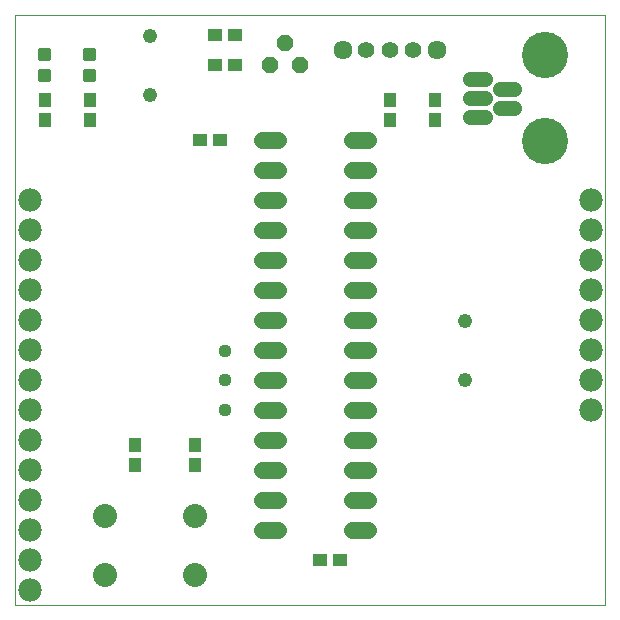
<source format=gts>
G75*
%MOIN*%
%OFA0B0*%
%FSLAX25Y25*%
%IPPOS*%
%LPD*%
%AMOC8*
5,1,8,0,0,1.08239X$1,22.5*
%
%ADD10C,0.00000*%
%ADD11C,0.01301*%
%ADD12C,0.07800*%
%ADD13R,0.04337X0.04731*%
%ADD14C,0.05600*%
%ADD15C,0.04762*%
%ADD16C,0.08000*%
%ADD17C,0.05550*%
%ADD18C,0.06337*%
%ADD19C,0.15400*%
%ADD20C,0.05156*%
%ADD21R,0.04731X0.04337*%
%ADD22C,0.04369*%
%ADD23OC8,0.05600*%
D10*
X0005060Y0003591D02*
X0005060Y0200441D01*
X0201910Y0200441D01*
X0201910Y0003591D01*
X0005060Y0003591D01*
D11*
X0013542Y0178620D02*
X0016578Y0178620D01*
X0013542Y0178620D02*
X0013542Y0181656D01*
X0016578Y0181656D01*
X0016578Y0178620D01*
X0016578Y0179920D02*
X0013542Y0179920D01*
X0013542Y0181220D02*
X0016578Y0181220D01*
X0016578Y0185525D02*
X0013542Y0185525D01*
X0013542Y0188561D01*
X0016578Y0188561D01*
X0016578Y0185525D01*
X0016578Y0186825D02*
X0013542Y0186825D01*
X0013542Y0188125D02*
X0016578Y0188125D01*
X0028542Y0188561D02*
X0031578Y0188561D01*
X0031578Y0185525D01*
X0028542Y0185525D01*
X0028542Y0188561D01*
X0028542Y0186825D02*
X0031578Y0186825D01*
X0031578Y0188125D02*
X0028542Y0188125D01*
X0028542Y0181656D02*
X0031578Y0181656D01*
X0031578Y0178620D01*
X0028542Y0178620D01*
X0028542Y0181656D01*
X0028542Y0179920D02*
X0031578Y0179920D01*
X0031578Y0181220D02*
X0028542Y0181220D01*
D12*
X0010060Y0138591D03*
X0010060Y0128591D03*
X0010060Y0118591D03*
X0010060Y0108591D03*
X0010060Y0098591D03*
X0010060Y0088591D03*
X0010060Y0078591D03*
X0010060Y0068591D03*
X0010060Y0058591D03*
X0010060Y0048591D03*
X0010060Y0038591D03*
X0010060Y0028591D03*
X0010060Y0018591D03*
X0010060Y0008591D03*
X0197060Y0068591D03*
X0197060Y0078591D03*
X0197060Y0088591D03*
X0197060Y0098591D03*
X0197060Y0108591D03*
X0197060Y0118591D03*
X0197060Y0128591D03*
X0197060Y0138591D03*
D13*
X0145060Y0165244D03*
X0145060Y0171937D03*
X0130060Y0171937D03*
X0130060Y0165244D03*
X0030060Y0165244D03*
X0030060Y0171937D03*
X0015060Y0171937D03*
X0015060Y0165244D03*
X0045060Y0056937D03*
X0045060Y0050244D03*
X0065060Y0050244D03*
X0065060Y0056937D03*
D14*
X0087460Y0058591D02*
X0092660Y0058591D01*
X0092660Y0048591D02*
X0087460Y0048591D01*
X0087460Y0038591D02*
X0092660Y0038591D01*
X0092660Y0028591D02*
X0087460Y0028591D01*
X0117460Y0028591D02*
X0122660Y0028591D01*
X0122660Y0038591D02*
X0117460Y0038591D01*
X0117460Y0048591D02*
X0122660Y0048591D01*
X0122660Y0058591D02*
X0117460Y0058591D01*
X0117460Y0068591D02*
X0122660Y0068591D01*
X0122660Y0078591D02*
X0117460Y0078591D01*
X0117460Y0088591D02*
X0122660Y0088591D01*
X0122660Y0098591D02*
X0117460Y0098591D01*
X0117460Y0108591D02*
X0122660Y0108591D01*
X0122660Y0118591D02*
X0117460Y0118591D01*
X0117460Y0128591D02*
X0122660Y0128591D01*
X0122660Y0138591D02*
X0117460Y0138591D01*
X0117460Y0148591D02*
X0122660Y0148591D01*
X0122660Y0158591D02*
X0117460Y0158591D01*
X0092660Y0158591D02*
X0087460Y0158591D01*
X0087460Y0148591D02*
X0092660Y0148591D01*
X0092660Y0138591D02*
X0087460Y0138591D01*
X0087460Y0128591D02*
X0092660Y0128591D01*
X0092660Y0118591D02*
X0087460Y0118591D01*
X0087460Y0108591D02*
X0092660Y0108591D01*
X0092660Y0098591D02*
X0087460Y0098591D01*
X0087460Y0088591D02*
X0092660Y0088591D01*
X0092660Y0078591D02*
X0087460Y0078591D01*
X0087460Y0068591D02*
X0092660Y0068591D01*
D15*
X0155060Y0078748D03*
X0155060Y0098433D03*
X0050060Y0173748D03*
X0050060Y0193433D03*
D16*
X0065060Y0033433D03*
X0065060Y0013748D03*
X0035060Y0013748D03*
X0035060Y0033433D03*
D17*
X0122186Y0188591D03*
X0130060Y0188591D03*
X0137934Y0188591D03*
D18*
X0145808Y0188591D03*
X0114312Y0188591D03*
D19*
X0181950Y0187016D03*
X0181950Y0158276D03*
D20*
X0171548Y0169496D02*
X0166792Y0169496D01*
X0161674Y0166346D02*
X0156918Y0166346D01*
X0156918Y0172646D02*
X0161674Y0172646D01*
X0166792Y0175795D02*
X0171548Y0175795D01*
X0161674Y0178945D02*
X0156918Y0178945D01*
D21*
X0078406Y0183591D03*
X0071714Y0183591D03*
X0071714Y0193591D03*
X0078406Y0193591D03*
X0073406Y0158591D03*
X0066714Y0158591D03*
X0106714Y0018591D03*
X0113406Y0018591D03*
D22*
X0075060Y0068748D03*
X0075060Y0078591D03*
X0075060Y0088433D03*
D23*
X0090060Y0183591D03*
X0095060Y0191091D03*
X0100060Y0183591D03*
M02*

</source>
